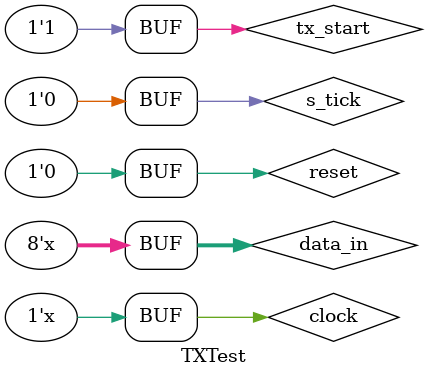
<source format=v>
`timescale 1ns / 1ps


module TXTest;

	// Inputs
	reg clock;
	reg reset;
	reg s_tick;
	reg tx_start;
	reg [7:0] data_in;

	// Outputs
	wire tx;
	wire tx_done;
	wire baud_rate_clock;

	// Instantiate the Unit Under Test (UUT)
	UART_tx uut (
		.clock(clock), 
		.reset(reset), 
		.s_tick(baud_rate_clock), 
		.tx_start(tx_start), 
		.data_in(data_in), 
		.tx(tx), 
		.tx_done(tx_done)
	);
	
	// Instantiate the Unit Under Test (UUT)
	UART_baud_rate_generator #(.COUNT(2608)) baud_rate (
		.clock(clock), 
		.baud_rate_clock(baud_rate_clock)
	);

	initial begin
		// Initialize Inputs
		clock = 0;
		reset = 1;
		s_tick = 0;
		tx_start = 1;
		data_in = 48;

		// Wait 100 ns for global reset to finish
		#100;
       reset=1;
		 #100;
		 reset=0;
		// Add stimulus here

	end
	
	always begin
		clock = ~clock;
		#3;
	end
	always begin
	   #1000;
		tx_start=0;
		#1000;
		tx_start=1;
		#500000;
		data_in=data_in+5;
		#100;
	end
      
endmodule




</source>
